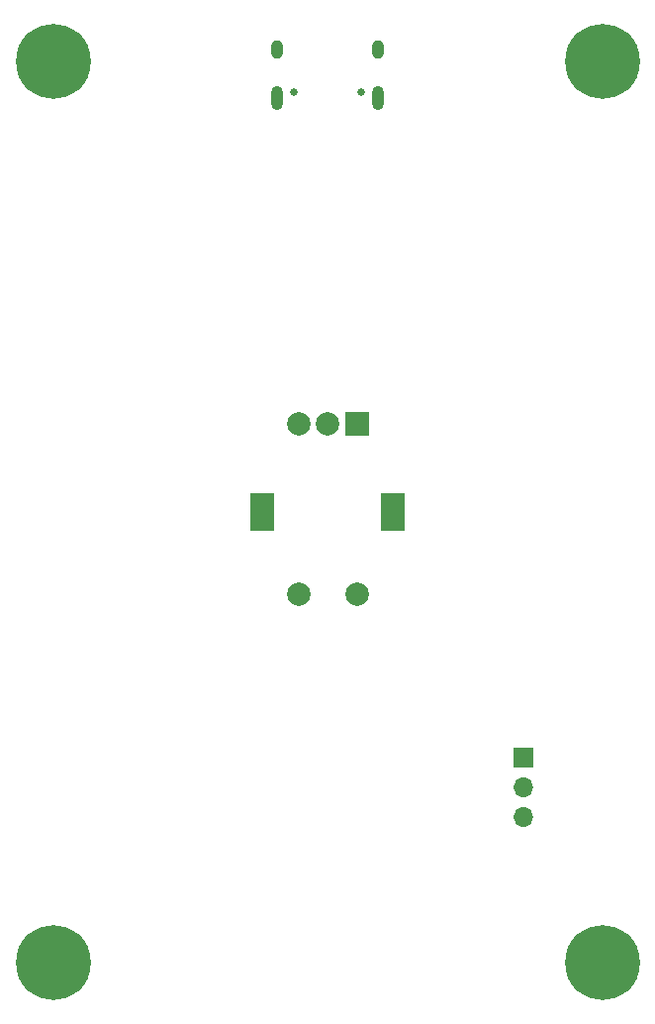
<source format=gbs>
%TF.GenerationSoftware,KiCad,Pcbnew,(6.0.5)*%
%TF.CreationDate,2024-07-06T21:19:43+02:00*%
%TF.ProjectId,USB_Knob,5553425f-4b6e-46f6-922e-6b696361645f,rev?*%
%TF.SameCoordinates,Original*%
%TF.FileFunction,Soldermask,Bot*%
%TF.FilePolarity,Negative*%
%FSLAX46Y46*%
G04 Gerber Fmt 4.6, Leading zero omitted, Abs format (unit mm)*
G04 Created by KiCad (PCBNEW (6.0.5)) date 2024-07-06 21:19:43*
%MOMM*%
%LPD*%
G01*
G04 APERTURE LIST*
%ADD10R,1.700000X1.700000*%
%ADD11O,1.700000X1.700000*%
%ADD12C,6.400000*%
%ADD13C,0.650000*%
%ADD14O,1.000000X2.100000*%
%ADD15O,1.000000X1.600000*%
%ADD16R,2.000000X2.000000*%
%ADD17C,2.000000*%
%ADD18R,2.000000X3.200000*%
G04 APERTURE END LIST*
D10*
%TO.C,J2*%
X166250000Y-124500000D03*
D11*
X166250000Y-127040000D03*
X166250000Y-129580000D03*
%TD*%
D12*
%TO.C,H2*%
X173000000Y-65000000D03*
%TD*%
%TO.C,H1*%
X126000000Y-65000000D03*
%TD*%
%TO.C,H4*%
X173000000Y-142000000D03*
%TD*%
D13*
%TO.C,J1*%
X146610000Y-67600000D03*
X152390000Y-67600000D03*
D14*
X153820000Y-68130000D03*
D15*
X153820000Y-63950000D03*
X145180000Y-63950000D03*
D14*
X145180000Y-68130000D03*
%TD*%
D12*
%TO.C,H3*%
X126000000Y-142000000D03*
%TD*%
D16*
%TO.C,SW1*%
X152000000Y-96000000D03*
D17*
X147000000Y-96000000D03*
X149500000Y-96000000D03*
D18*
X155100000Y-103500000D03*
X143900000Y-103500000D03*
D17*
X147000000Y-110500000D03*
X152000000Y-110500000D03*
%TD*%
M02*

</source>
